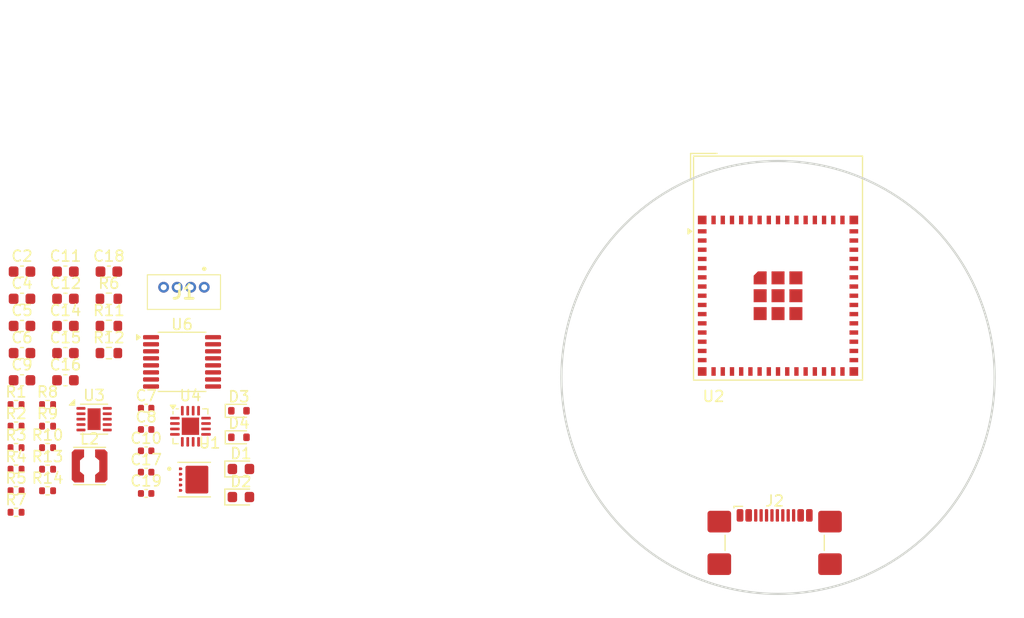
<source format=kicad_pcb>
(kicad_pcb (version 20240108) (generator "pcbnew") (generator_version "8.0")
  (layers (0 "F.Cu" signal) (31 "B.Cu" signal) (34 "B.Paste" user) (35 "F.Paste" user) (36 "B.SilkS" user "B.Silkscreen") (37 "F.SilkS" user "F.Silkscreen") (38 "B.Mask" user) (39 "F.Mask" user) (44 "Edge.Cuts" user))
  (net 0 "")
  (net 1 "+3.3V")
  (net 2 "GND")
  (net 3 "/Aout2")
  (net 4 "/Bout2")
  (net 5 "/Aout1")
  (net 6 "/Bout1")
  (net 14 "Net-(U2-EN)")
  (net 36 "+BATT")
  (net 37 "/USB_D+")
  (net 38 "Net-(D1-K)")
  (net 39 "Net-(D1-A)")
  (net 40 "/USB_D-")
  (net 41 "Net-(U6-BIN2)")
  (net 42 "Net-(U6-AIN2)")
  (net 43 "Net-(U6-AIN1)")
  (net 44 "Net-(U6-BIN1)")
  (net 45 "Net-(J2-SHIELD)")
  (net 46 "/AIN2")
  (net 47 "/nSLEEP")
  (net 48 "/AIN1")
  (net 49 "/nFAULT")
  (net 50 "/BIN1")
  (net 51 "/SCL")
  (net 52 "/SDA")
  (net 53 "/BIN2")
  (net 54 "VBUS")
  (net 55 "Net-(U6-AISEN)")
  (net 56 "Net-(U6-VINT)")
  (net 57 "Net-(U6-VCP)")
  (net 61 "Net-(J2-CC1)")
  (net 62 "Net-(J2-CC2)")
  (net 63 "Net-(U3-EN)")
  (net 64 "Net-(U3-L1)")
  (net 65 "Net-(U3-L2)")
  (net 66 "Net-(C18-Pad1)")
  (net 67 "Net-(D2-K)")
  (net 68 "Net-(D2-A)")
  (net 71 "Net-(U4-ILIM)")
  (net 72 "Net-(U4-ISET)")
  (net 74 "Net-(U4-TS)")
  (footprint "Package_SON:WSON-10-1EP_2.5x2.5mm_P0.5mm_EP1.2x2mm" (layer "F.Cu") (at 67.4575 83.805)
    (property "Reference" "U3" (at 0 -2.2 0) (layer "F.SilkS"))
    (property "Value" "TPS63031DSK")
    (pad "1" smd roundrect (at -1.2125 -1) (size 0.825 0.25) (layers "F.Cu" "F.Paste" "F.Mask") (net 1 "+3.3V"))
    (pad "2" smd roundrect (at -1.2125 -0.5) (size 0.825 0.25) (layers "F.Cu" "F.Paste" "F.Mask") (net 65 "Net-(U3-L2)"))
    (pad "3" smd roundrect (at -1.2125 0) (size 0.825 0.25) (layers "F.Cu" "F.Paste" "F.Mask") (net 2 "GND"))
    (pad "4" smd roundrect (at -1.2125 0.5) (size 0.825 0.25) (layers "F.Cu" "F.Paste" "F.Mask") (net 64 "Net-(U3-L1)"))
    (pad "5" smd roundrect (at -1.2125 1) (size 0.825 0.25) (layers "F.Cu" "F.Paste" "F.Mask") (net 36 "+BATT"))
    (pad "6" smd roundrect (at 1.2125 1) (size 0.825 0.25) (layers "F.Cu" "F.Paste" "F.Mask") (net 63 "Net-(U3-EN)"))
    (pad "7" smd roundrect (at 1.2125 0.5) (size 0.825 0.25) (layers "F.Cu" "F.Paste" "F.Mask") (net 63 "Net-(U3-EN)"))
    (pad "8" smd roundrect (at 1.2125 0) (size 0.825 0.25) (layers "F.Cu" "F.Paste" "F.Mask") (net 63 "Net-(U3-EN)"))
    (pad "9" smd roundrect (at 1.2125 -0.5) (size 0.825 0.25) (layers "F.Cu" "F.Paste" "F.Mask") (net 2 "GND"))
    (pad "10" smd roundrect (at 1.2125 -1) (size 0.825 0.25) (layers "F.Cu" "F.Paste" "F.Mask") (net 1 "+3.3V"))
    (pad "11" smd rect (at 0 0) (size 1.2 2) (property pad_prop_heatsink) (layers "F.Cu" "F.Mask") (net 2 "GND"))
  )
  (footprint "Resistor_SMD:R_0402_1005Metric" (layer "F.Cu") (at 60.2525 84.45)
    (property "Reference" "R2" (at 0 -1.17 0) (layer "F.SilkS"))
    (property "Value" "10k")
    (pad "1" smd roundrect (at -0.51 0) (size 0.54 0.64) (layers "F.Cu" "F.Paste" "F.Mask") (net 48 "/AIN1"))
    (pad "2" smd roundrect (at 0.51 0) (size 0.54 0.64) (layers "F.Cu" "F.Paste" "F.Mask") (net 43 "Net-(U6-AIN1)"))
  )
  (footprint "Package_DFN_QFN:VQFN-16-1EP_3x3mm_P0.5mm_EP1.6x1.6mm" (layer "F.Cu") (at 76.3525 84.46)
    (property "Reference" "U4" (at 0 -2.83 0) (layer "F.SilkS"))
    (property "Value" "BQ24075RGT")
    (pad "1" smd roundrect (at -1.4375 -0.75) (size 0.875 0.25) (layers "F.Cu" "F.Paste" "F.Mask") (net 74 "Net-(U4-TS)"))
    (pad "2" smd roundrect (at -1.4375 -0.25) (size 0.875 0.25) (layers "F.Cu" "F.Paste" "F.Mask") (net 66 "Net-(C18-Pad1)"))
    (pad "3" smd roundrect (at -1.4375 0.25) (size 0.875 0.25) (layers "F.Cu" "F.Paste" "F.Mask") (net 66 "Net-(C18-Pad1)"))
    (pad "4" smd roundrect (at -1.4375 0.75) (size 0.875 0.25) (layers "F.Cu" "F.Paste" "F.Mask") (net 2 "GND"))
    (pad "5" smd roundrect (at -0.75 1.4375) (size 0.25 0.875) (layers "F.Cu" "F.Paste" "F.Mask") (net 36 "+BATT"))
    (pad "6" smd roundrect (at -0.25 1.4375) (size 0.25 0.875) (layers "F.Cu" "F.Paste" "F.Mask") (net 2 "GND"))
    (pad "7" smd roundrect (at 0.25 1.4375) (size 0.25 0.875) (layers "F.Cu" "F.Paste" "F.Mask") (net 38 "Net-(D1-K)"))
    (pad "8" smd roundrect (at 0.75 1.4375) (size 0.25 0.875) (layers "F.Cu" "F.Paste" "F.Mask") (net 2 "GND"))
    (pad "9" smd roundrect (at 1.4375 0.75) (size 0.875 0.25) (layers "F.Cu" "F.Paste" "F.Mask") (net 67 "Net-(D2-K)"))
    (pad "10" smd roundrect (at 1.4375 0.25) (size 0.875 0.25) (layers "F.Cu" "F.Paste" "F.Mask") (net 36 "+BATT"))
    (pad "11" smd roundrect (at 1.4375 -0.25) (size 0.875 0.25) (layers "F.Cu" "F.Paste" "F.Mask") (net 36 "+BATT"))
    (pad "12" smd roundrect (at 1.4375 -0.75) (size 0.875 0.25) (layers "F.Cu" "F.Paste" "F.Mask") (net 71 "Net-(U4-ILIM)"))
    (pad "13" smd roundrect (at 0.75 -1.4375) (size 0.25 0.875) (layers "F.Cu" "F.Paste" "F.Mask") (net 54 "VBUS"))
    (pad "14" smd roundrect (at 0.25 -1.4375) (size 0.25 0.875) (layers "F.Cu" "F.Paste" "F.Mask") (net 2 "GND"))
    (pad "15" smd roundrect (at -0.25 -1.4375) (size 0.25 0.875) (layers "F.Cu" "F.Paste" "F.Mask"))
    (pad "16" smd roundrect (at -0.75 -1.4375) (size 0.25 0.875) (layers "F.Cu" "F.Paste" "F.Mask") (net 72 "Net-(U4-ISET)"))
    (pad "17" smd rect (at 0 0) (size 1.6 1.6) (property pad_prop_heatsink) (layers "F.Cu" "F.Mask") (net 2 "GND"))
  )
  (footprint "Capacitor_SMD:C_0402_1005Metric" (layer "F.Cu") (at 72.2625 88.7)
    (property "Reference" "C17" (at 0 -1.16 0) (layer "F.SilkS"))
    (property "Value" "10u")
    (pad "1" smd roundrect (at -0.48 0) (size 0.56 0.62) (layers "F.Cu" "F.Paste" "F.Mask") (net 2 "GND"))
    (pad "2" smd roundrect (at 0.48 0) (size 0.56 0.62) (layers "F.Cu" "F.Paste" "F.Mask") (net 1 "+3.3V"))
  )
  (footprint "Resistor_SMD:R_0402_1005Metric" (layer "F.Cu") (at 63.1625 88.43)
    (property "Reference" "R13" (at 0 -1.17 0) (layer "F.SilkS"))
    (property "Value" "200m")
    (pad "1" smd roundrect (at -0.51 0) (size 0.54 0.64) (layers "F.Cu" "F.Paste" "F.Mask") (net 2 "GND"))
    (pad "2" smd roundrect (at 0.51 0) (size 0.54 0.64) (layers "F.Cu" "F.Paste" "F.Mask") (net 55 "Net-(U6-AISEN)"))
  )
  (footprint "Resistor_SMD:R_0402_1005Metric" (layer "F.Cu") (at 60.2525 86.44)
    (property "Reference" "R3" (at 0 -1.17 0) (layer "F.SilkS"))
    (property "Value" "10k")
    (pad "1" smd roundrect (at -0.51 0) (size 0.54 0.64) (layers "F.Cu" "F.Paste" "F.Mask") (net 50 "/BIN1"))
    (pad "2" smd roundrect (at 0.51 0) (size 0.54 0.64) (layers "F.Cu" "F.Paste" "F.Mask") (net 44 "Net-(U6-BIN1)"))
  )
  (footprint "Resistor_SMD:R_0402_1005Metric" (layer "F.Cu") (at 63.1625 82.46)
    (property "Reference" "R8" (at 0 -1.17 0) (layer "F.SilkS"))
    (property "Value" "1k")
    (pad "1" smd roundrect (at -0.51 0) (size 0.54 0.64) (layers "F.Cu" "F.Paste" "F.Mask") (net 51 "/SCL"))
    (pad "2" smd roundrect (at 0.51 0) (size 0.54 0.64) (layers "F.Cu" "F.Paste" "F.Mask") (net 1 "+3.3V"))
  )
  (footprint "Capacitor_SMD:C_0603_1608Metric" (layer "F.Cu") (at 60.8025 80.21)
    (property "Reference" "C9" (at 0 -1.43 0) (layer "F.SilkS"))
    (property "Value" "10n")
    (pad "1" smd roundrect (at -0.775 0) (size 0.9 0.95) (layers "F.Cu" "F.Paste" "F.Mask") (net 1 "+3.3V"))
    (pad "2" smd roundrect (at 0.775 0) (size 0.9 0.95) (layers "F.Cu" "F.Paste" "F.Mask") (net 2 "GND"))
  )
  (footprint "Resistor_SMD:R_0603_1608Metric" (layer "F.Cu") (at 68.8225 75.19)
    (property "Reference" "R11" (at 0 -1.43 0) (layer "F.SilkS"))
    (property "Value" "1.5k")
    (pad "1" smd roundrect (at -0.825 0) (size 0.8 0.95) (layers "F.Cu" "F.Paste" "F.Mask") (net 36 "+BATT"))
    (pad "2" smd roundrect (at 0.825 0) (size 0.8 0.95) (layers "F.Cu" "F.Paste" "F.Mask") (net 39 "Net-(D1-A)"))
  )
  (footprint "RF_Module:ESP32-S2-MINI-1" (layer "F.Cu") (at 130.6 69.85)
    (property "Reference" "U2" (at -5.95 11.85 0) (layer "F.SilkS"))
    (property "Value" "ESP32-S3-MINI-1")
    (pad "1" smd rect (at -7 -3.4) (size 0.8 0.4) (layers "F.Cu" "F.Paste" "F.Mask") (net 2 "GND"))
    (pad "2" smd rect (at -7 -2.55) (size 0.8 0.4) (layers "F.Cu" "F.Paste" "F.Mask") (net 2 "GND"))
    (pad "3" smd rect (at -7 -1.7) (size 0.8 0.4) (layers "F.Cu" "F.Paste" "F.Mask") (net 1 "+3.3V"))
    (pad "4" smd rect (at -7 -0.85) (size 0.8 0.4) (layers "F.Cu" "F.Paste" "F.Mask"))
    (pad "5" smd rect (at -7 0) (size 0.8 0.4) (layers "F.Cu" "F.Paste" "F.Mask"))
    (pad "6" smd rect (at -7 0.85) (size 0.8 0.4) (layers "F.Cu" "F.Paste" "F.Mask"))
    (pad "7" smd rect (at -7 1.7) (size 0.8 0.4) (layers "F.Cu" "F.Paste" "F.Mask"))
    (pad "8" smd rect (at -7 2.55) (size 0.8 0.4) (layers "F.Cu" "F.Paste" "F.Mask"))
    (pad "9" smd rect (at -7 3.4) (size 0.8 0.4) (layers "F.Cu" "F.Paste" "F.Mask"))
    (pad "10" smd rect (at -7 4.25) (size 0.8 0.4) (layers "F.Cu" "F.Paste" "F.Mask"))
    (pad "11" smd rect (at -7 5.1) (size 0.8 0.4) (layers "F.Cu" "F.Paste" "F.Mask"))
    (pad "12" smd rect (at -7 5.95) (size 0.8 0.4) (layers "F.Cu" "F.Paste" "F.Mask"))
    (pad "13" smd rect (at -7 6.8) (size 0.8 0.4) (layers "F.Cu" "F.Paste" "F.Mask"))
    (pad "14" smd rect (at -7 7.65) (size 0.8 0.4) (layers "F.Cu" "F.Paste" "F.Mask"))
    (pad "15" smd rect (at -7 8.5) (size 0.8 0.4) (layers "F.Cu" "F.Paste" "F.Mask"))
    (pad "16" smd rect (at -5.95 9.55 90) (size 0.8 0.4) (layers "F.Cu" "F.Paste" "F.Mask"))
    (pad "17" smd rect (at -5.1 9.55 90) (size 0.8 0.4) (layers "F.Cu" "F.Paste" "F.Mask") (net 48 "/AIN1"))
    (pad "18" smd rect (at -4.25 9.55 90) (size 0.8 0.4) (layers "F.Cu" "F.Paste" "F.Mask") (net 46 "/AIN2"))
    (pad "19" smd rect (at -3.4 9.55 90) (size 0.8 0.4) (layers "F.Cu" "F.Paste" "F.Mask") (net 50 "/BIN1"))
    (pad "20" smd rect (at -2.55 9.55 90) (size 0.8 0.4) (layers "F.Cu" "F.Paste" "F.Mask") (net 53 "/BIN2"))
    (pad "21" smd rect (at -1.7 9.55 90) (size 0.8 0.4) (layers "F.Cu" "F.Paste" "F.Mask") (net 47 "/nSLEEP"))
    (pad "22" smd rect (at -0.85 9.55 90) (size 0.8 0.4) (layers "F.Cu" "F.Paste" "F.Mask") (net 49 "/nFAULT"))
    (pad "23" smd rect (at 0 9.55 90) (size 0.8 0.4) (layers "F.Cu" "F.Paste" "F.Mask"))
    (pad "24" smd rect (at 0.85 9.55 90) (size 0.8 0.4) (layers "F.Cu" "F.Paste" "F.Mask") (net 51 "/SCL"))
    (pad "25" smd rect (at 1.7 9.55 90) (size 0.8 0.4) (layers "F.Cu" "F.Paste" "F.Mask") (net 52 "/SDA"))
    (pad "26" smd rect (at 2.55 9.55 90) (size 0.8 0.4) (layers "F.Cu" "F.Paste" "F.Mask"))
    (pad "27" smd rect (at 3.4 9.55 90) (size 0.8 0.4) (layers "F.Cu" "F.Paste" "F.Mask"))
    (pad "28" smd rect (at 4.25 9.55 90) (size 0.8 0.4) (layers "F.Cu" "F.Paste" "F.Mask"))
    (pad "29" smd rect (at 5.1 9.55 90) (size 0.8 0.4) (layers "F.Cu" "F.Paste" "F.Mask"))
    (pad "30" smd rect (at 5.95 9.55 90) (size 0.8 0.4) (layers "F.Cu" "F.Paste" "F.Mask"))
    (pad "31" smd rect (at 7 8.5) (size 0.8 0.4) (layers "F.Cu" "F.Paste" "F.Mask"))
    (pad "32" smd rect (at 7 7.65) (size 0.8 0.4) (layers "F.Cu" "F.Paste" "F.Mask"))
    (pad "33" smd rect (at 7 6.8) (size 0.8 0.4) (layers "F.Cu" "F.Paste" "F.Mask"))
    (pad "34" smd rect (at 7 5.95) (size 0.8 0.4) (layers "F.Cu" "F.Paste" "F.Mask"))
    (pad "35" smd rect (at 7 5.1) (size 0.8 0.4) (layers "F.Cu" "F.Paste" "F.Mask"))
    (pad "36" smd rect (at 7 4.25) (size 0.8 0.4) (layers "F.Cu" "F.Paste" "F.Mask"))
    (pad "37" smd rect (at 7 3.4) (size 0.8 0.4) (layers "F.Cu" "F.Paste" "F.Mask"))
    (pad "38" smd rect (at 7 2.55) (size 0.8 0.4) (layers "F.Cu" "F.Paste" "F.Mask"))
    (pad "39" smd rect (at 7 1.7) (size 0.8 0.4) (layers "F.Cu" "F.Paste" "F.Mask"))
    (pad "40" smd rect (at 7 0.85) (size 0.8 0.4) (layers "F.Cu" "F.Paste" "F.Mask"))
    (pad "41" smd rect (at 7 0) (size 0.8 0.4) (layers "F.Cu" "F.Paste" "F.Mask"))
    (pad "42" smd rect (at 7 -0.85) (size 0.8 0.4) (layers "F.Cu" "F.Paste" "F.Mask") (net 2 "GND"))
    (pad "43" smd rect (at 7 -1.7) (size 0.8 0.4) (layers "F.Cu" "F.Paste" "F.Mask") (net 2 "GND"))
    (pad "44" smd rect (at 7 -2.55) (size 0.8 0.4) (layers "F.Cu" "F.Paste" "F.Mask"))
    (pad "45" smd rect (at 7 -3.4) (size 0.8 0.4) (layers "F.Cu" "F.Paste" "F.Mask") (net 14 "Net-(U2-EN)"))
    (pad "46" smd rect (at 5.95 -4.45 90) (size 0.8 0.4) (layers "F.Cu" "F.Paste" "F.Mask") (net 2 "GND"))
    (pad "47" smd rect (at 5.1 -4.45 90) (size 0.8 0.4) (layers "F.Cu" "F.Paste" "F.Mask") (net 2 "GND"))
    (pad "48" smd rect (at 4.25 -4.45 90) (size 0.8 0.4) (layers "F.Cu" "F.Paste" "F.Mask") (net 2 "GND"))
    (pad "49" smd rect (at 3.4 -4.45 90) (size 0.8 0.4) (layers "F.Cu" "F.Paste" "F.Mask") (net 2 "GND"))
    (pad "50" smd rect (at 2.55 -4.45 90) (size 0.8 0.4) (layers "F.Cu" "F.Paste" "F.Mask") (net 2 "GND"))
    (pad "51" smd rect (at 1.7 -4.45 90) (size 0.8 0.4) (layers "F.Cu" "F.Paste" "F.Mask") (net 2 "GND"))
    (pad "52" smd rect (at 0.85 -4.45 90) (size 0.8 0.4) (layers "F.Cu" "F.Paste" "F.Mask") (net 2 "GND"))
    (pad "53" smd rect (at 0 -4.45 90) (size 0.8 0.4) (layers "F.Cu" "F.Paste" "F.Mask") (net 2 "GND"))
    (pad "54" smd rect (at -0.85 -4.45 90) (size 0.8 0.4) (layers "F.Cu" "F.Paste" "F.Mask") (net 2 "GND"))
    (pad "55" smd rect (at -1.7 -4.45 90) (size 0.8 0.4) (layers "F.Cu" "F.Paste" "F.Mask") (net 2 "GND"))
    (pad "56" smd rect (at -2.55 -4.45 90) (size 0.8 0.4) (layers "F.Cu" "F.Paste" "F.Mask") (net 2 "GND"))
    (pad "57" smd rect (at -3.4 -4.45 90) (size 0.8 0.4) (layers "F.Cu" "F.Paste" "F.Mask") (net 2 "GND"))
    (pad "58" smd rect (at -4.25 -4.45 90) (size 0.8 0.4) (layers "F.Cu" "F.Paste" "F.Mask") (net 2 "GND"))
    (pad "59" smd rect (at -5.1 -4.45 90) (size 0.8 0.4) (layers "F.Cu" "F.Paste" "F.Mask") (net 2 "GND"))
    (pad "60" smd rect (at -5.95 -4.45 90) (size 0.8 0.4) (layers "F.Cu" "F.Paste" "F.Mask") (net 2 "GND"))
    (pad "61" smd roundrect (at -1.65 0.9) (size 1.2 1.2) (layers "F.Cu" "F.Paste" "F.Mask") (roundrect_rratio 0) (chamfer_ratio 0.33) (chamfer top_left) (net 2 "GND"))
    (pad "61" smd rect (at -1.65 2.55) (size 1.2 1.2) (layers "F.Cu" "F.Paste" "F.Mask") (net 2 "GND"))
    (pad "61" smd rect (at -1.65 4.2) (size 1.2 1.2) (layers "F.Cu" "F.Paste" "F.Mask") (net 2 "GND"))
    (pad "61" smd rect (at 0 0.9) (size 1.2 1.2) (layers "F.Cu" "F.Paste" "F.Mask") (net 2 "GND"))
    (pad "61" smd rect (at 0 2.55) (size 1.2 1.2) (layers "F.Cu" "F.Paste" "F.Mask") (net 2 "GND"))
    (pad "61" smd rect (at 0 4.2) (size 1.2 1.2) (layers "F.Cu" "F.Paste" "F.Mask") (net 2 "GND"))
    (pad "61" smd rect (at 1.65 0.9) (size 1.2 1.2) (layers "F.Cu" "F.Paste" "F.Mask") (net 2 "GND"))
    (pad "61" smd rect (at 1.65 2.55) (size 1.2 1.2) (layers "F.Cu" "F.Paste" "F.Mask") (net 2 "GND"))
    (pad "61" smd rect (at 1.65 4.2) (size 1.2 1.2) (layers "F.Cu" "F.Paste" "F.Mask") (net 2 "GND"))
    (pad "62" smd rect (at -7 -4.45) (size 0.8 0.8) (layers "F.Cu" "F.Paste" "F.Mask") (net 2 "GND"))
    (pad "63" smd rect (at -7 9.55) (size 0.8 0.8) (layers "F.Cu" "F.Paste" "F.Mask") (net 2 "GND"))
    (pad "64" smd rect (at 7 9.55) (size 0.8 0.8) (layers "F.Cu" "F.Paste" "F.Mask") (net 2 "GND"))
    (pad "65" smd rect (at 7 -4.45) (size 0.8 0.8) (layers "F.Cu" "F.Paste" "F.Mask") (net 2 "GND"))
  )
  (footprint "Capacitor_SMD:C_0402_1005Metric" (layer "F.Cu") (at 72.2625 90.67)
    (property "Reference" "C19" (at 0 -1.16 0) (layer "F.SilkS"))
    (property "Value" "10u")
    (pad "1" smd roundrect (at -0.48 0) (size 0.56 0.62) (layers "F.Cu" "F.Paste" "F.Mask") (net 2 "GND"))
    (pad "2" smd roundrect (at 0.48 0) (size 0.56 0.62) (layers "F.Cu" "F.Paste" "F.Mask") (net 1 "+3.3V"))
  )
  (footprint "Capacitor_SMD:C_0603_1608Metric" (layer "F.Cu") (at 60.8025 77.7)
    (property "Reference" "C6" (at 0 -1.43 0) (layer "F.SilkS"))
    (property "Value" "1u")
    (pad "1" smd roundrect (at -0.775 0) (size 0.9 0.95) (layers "F.Cu" "F.Paste" "F.Mask") (net 14 "Net-(U2-EN)"))
    (pad "2" smd roundrect (at 0.775 0) (size 0.9 0.95) (layers "F.Cu" "F.Paste" "F.Mask") (net 2 "GND"))
  )
  (footprint "Capacitor_SMD:C_0603_1608Metric" (layer "F.Cu") (at 64.8125 72.68)
    (property "Reference" "C12" (at 0 -1.43 0) (layer "F.SilkS"))
    (property "Value" "10n")
    (pad "1" smd roundrect (at -0.775 0) (size 0.9 0.95) (layers "F.Cu" "F.Paste" "F.Mask") (net 45 "Net-(J2-SHIELD)"))
    (pad "2" smd roundrect (at 0.775 0) (size 0.9 0.95) (layers "F.Cu" "F.Paste" "F.Mask") (net 2 "GND"))
  )
  (footprint "Diode_SMD:D_SOD-523" (layer "F.Cu") (at 80.8275 85.48)
    (property "Reference" "D4" (at 0 -1.3 0) (layer "F.SilkS"))
    (property "Value" "PESD5V0S1UL,315")
    (pad "1" smd roundrect (at -0.7 0 180) (size 0.6 0.7) (layers "F.Cu" "F.Paste" "F.Mask") (net 37 "/USB_D+"))
    (pad "2" smd roundrect (at 0.7 0 180) (size 0.6 0.7) (layers "F.Cu" "F.Paste" "F.Mask"))
  )
  (footprint "Capacitor_SMD:C_0603_1608Metric" (layer "F.Cu") (at 60.8025 70.17)
    (property "Reference" "C2" (at 0 -1.43 0) (layer "F.SilkS"))
    (property "Value" "10u")
    (pad "1" smd roundrect (at -0.775 0) (size 0.9 0.95) (layers "F.Cu" "F.Paste" "F.Mask") (net 2 "GND"))
    (pad "2" smd roundrect (at 0.775 0) (size 0.9 0.95) (layers "F.Cu" "F.Paste" "F.Mask") (net 36 "+BATT"))
  )
  (footprint "Capacitor_SMD:C_0603_1608Metric" (layer "F.Cu") (at 64.8125 70.17)
    (property "Reference" "C11" (at 0 -1.43 0) (layer "F.SilkS"))
    (property "Value" "10n")
    (pad "1" smd roundrect (at -0.775 0) (size 0.9 0.95) (layers "F.Cu" "F.Paste" "F.Mask") (net 57 "Net-(U6-VCP)"))
    (pad "2" smd roundrect (at 0.775 0) (size 0.9 0.95) (layers "F.Cu" "F.Paste" "F.Mask") (net 36 "+BATT"))
  )
  (footprint "Capacitor_SMD:C_0402_1005Metric" (layer "F.Cu") (at 72.2625 82.79)
    (property "Reference" "C7" (at 0 -1.16 0) (layer "F.SilkS"))
    (property "Value" "22u")
    (pad "1" smd roundrect (at -0.48 0) (size 0.56 0.62) (layers "F.Cu" "F.Paste" "F.Mask") (net 1 "+3.3V"))
    (pad "2" smd roundrect (at 0.48 0) (size 0.56 0.62) (layers "F.Cu" "F.Paste" "F.Mask") (net 2 "GND"))
  )
  (footprint "Capacitor_SMD:C_0603_1608Metric" (layer "F.Cu") (at 64.8125 77.7)
    (property "Reference" "C15" (at 0 -1.43 0) (layer "F.SilkS"))
    (property "Value" "10n")
    (pad "1" smd roundrect (at -0.775 0) (size 0.9 0.95) (layers "F.Cu" "F.Paste" "F.Mask") (net 54 "VBUS"))
    (pad "2" smd roundrect (at 0.775 0) (size 0.9 0.95) (layers "F.Cu" "F.Paste" "F.Mask") (net 2 "GND"))
  )
  (footprint "MLX90632:IC_MLX90632SLD-BCB-000-SP" (layer "F.Cu") (at 76.6975 89.39)
    (property "Reference" "U1" (at 1.425 -3.385 0) (layer "F.SilkS"))
    (property "Value" "MLX90632SLD-BCB-000-SP")
    (pad "1" smd custom (at -1.25 -1) (size 0.1 0.1) (layers "F.Cu") (net 52 "/SDA") (options (clearance outline) (anchor rect)) (primitives (gr_poly (pts (xy -0.15 -0.125) (xy -0.15 0.125) (xy 0.025 0.125) (xy 0.032 0.125) (xy 0.038 0.124) (xy 0.045 0.123) (xy 0.051 0.122) (xy 0.057 0.121) (xy 0.064 0.119) (xy 0.07 0.117) (xy 0.076 0.114) (xy 0.082 0.111) (xy 0.087 0.108) (xy 0.093 0.105) (xy 0.098 0.101) (xy 0.104 0.097) (xy 0.109 0.093) (xy 0.113 0.088) (xy 0.118 0.084) (xy 0.122 0.079) (xy 0.126 0.073) (xy 0.13 0.068) (xy 0.133 0.062) (xy 0.136 0.057) (xy 0.139 0.051) (xy 0.142 0.045) (xy 0.144 0.039) (xy 0.146 0.032) (xy 0.147 0.026) (xy 0.148 0.02) (xy 0.149 0.013) (xy 0.15 0.007) (xy 0.15 0) (xy 0.15 -0.007) (xy 0.149 -0.013) (xy 0.148 -0.02) (xy 0.147 -0.026) (xy 0.146 -0.032) (xy 0.144 -0.039) (xy 0.142 -0.045) (xy 0.139 -0.051) (xy 0.136 -0.057) (xy 0.133 -0.063) (xy 0.13 -0.068) (xy 0.126 -0.073) (xy 0.122 -0.079) (xy 0.118 -0.084) (xy 0.113 -0.088) (xy 0.109 -0.093) (xy 0.104 -0.097) (xy 0.098 -0.101) (xy 0.093 -0.105) (xy 0.087 -0.108) (xy 0.082 -0.111) (xy 0.076 -0.114) (xy 0.07 -0.117) (xy 0.064 -0.119) (xy 0.057 -0.121) (xy 0.051 -0.122) (xy 0.045 -0.123) (xy 0.038 -0.124) (xy 0.032 -0.125) (xy 0.025 -0.125) (xy -0.15 -0.125)) (width 0.01) (fill yes))))
    (pad "2" smd custom (at -1.25 -0.5) (size 0.1 0.1) (layers "F.Cu") (net 1 "+3.3V") (options (clearance outline) (anchor rect)) (primitives (gr_poly (pts (xy -0.15 -0.125) (xy -0.15 0.125) (xy 0.025 0.125) (xy 0.032 0.125) (xy 0.038 0.124) (xy 0.045 0.123) (xy 0.051 0.122) (xy 0.057 0.121) (xy 0.064 0.119) (xy 0.07 0.117) (xy 0.076 0.114) (xy 0.082 0.111) (xy 0.087 0.108) (xy 0.093 0.105) (xy 0.098 0.101) (xy 0.104 0.097) (xy 0.109 0.093) (xy 0.113 0.088) (xy 0.118 0.084) (xy 0.122 0.079) (xy 0.126 0.073) (xy 0.13 0.068) (xy 0.133 0.062) (xy 0.136 0.057) (xy 0.139 0.051) (xy 0.142 0.045) (xy 0.144 0.039) (xy 0.146 0.032) (xy 0.147 0.026) (xy 0.148 0.02) (xy 0.149 0.013) (xy 0.15 0.007) (xy 0.15 0) (xy 0.15 -0.007) (xy 0.149 -0.013) (xy 0.148 -0.02) (xy 0.147 -0.026) (xy 0.146 -0.032) (xy 0.144 -0.039) (xy 0.142 -0.045) (xy 0.139 -0.051) (xy 0.136 -0.057) (xy 0.133 -0.063) (xy 0.13 -0.068) (xy 0.126 -0.073) (xy 0.122 -0.079) (xy 0.118 -0.084) (xy 0.113 -0.088) (xy 0.109 -0.093) (xy 0.104 -0.097) (xy 0.098 -0.101) (xy 0.093 -0.105) (xy 0.087 -0.108) (xy 0.082 -0.111) (xy 0.076 -0.114) (xy 0.07 -0.117) (xy 0.064 -0.119) (xy 0.057 -0.121) (xy 0.051 -0.122) (xy 0.045 -0.123) (xy 0.038 -0.124) (xy 0.032 -0.125) (xy 0.025 -0.125) (xy -0.15 -0.125)) (width 0.01) (fill yes))))
    (pad "3" smd custom (at -1.25 0) (size 0.1 0.1) (layers "F.Cu") (net 2 "GND") (options (clearance outline) (anchor rect)) (primitives (gr_poly (pts (xy -0.15 -0.125) (xy -0.15 0.125) (xy 0.025 0.125) (xy 0.032 0.125) (xy 0.038 0.124) (xy 0.045 0.123) (xy 0.051 0.122) (xy 0.057 0.121) (xy 0.064 0.119) (xy 0.07 0.117) (xy 0.076 0.114) (xy 0.082 0.111) (xy 0.087 0.108) (xy 0.093 0.105) (xy 0.098 0.101) (xy 0.104 0.097) (xy 0.109 0.093) (xy 0.113 0.088) (xy 0.118 0.084) (xy 0.122 0.079) (xy 0.126 0.073) (xy 0.13 0.068) (xy 0.133 0.062) (xy 0.136 0.057) (xy 0.139 0.051) (xy 0.142 0.045) (xy 0.144 0.039) (xy 0.146 0.032) (xy 0.147 0.026) (xy 0.148 0.02) (xy 0.149 0.013) (xy 0.15 0.007) (xy 0.15 0) (xy 0.15 -0.007) (xy 0.149 -0.013) (xy 0.148 -0.02) (xy 0.147 -0.026) (xy 0.146 -0.032) (xy 0.144 -0.039) (xy 0.142 -0.045) (xy 0.139 -0.051) (xy 0.136 -0.057) (xy 0.133 -0.062) (xy 0.13 -0.068) (xy 0.126 -0.073) (xy 0.122 -0.079) (xy 0.118 -0.084) (xy 0.113 -0.088) (xy 0.109 -0.093) (xy 0.104 -0.097) (xy 0.098 -0.101) (xy 0.093 -0.105) (xy 0.087 -0.108) (xy 0.082 -0.111) (xy 0.076 -0.114) (xy 0.07 -0.117) (xy 0.064 -0.119) (xy 0.057 -0.121) (xy 0.051 -0.122) (xy 0.045 -0.123) (xy 0.038 -0.124) (xy 0.032 -0.125) (xy 0.025 -0.125) (xy -0.15 -0.125)) (width 0.01) (fill yes))))
    (pad "4" smd custom (at -1.25 0.5) (size 0.1 0.1) (layers "F.Cu") (net 51 "/SCL") (options (clearance outline) (anchor rect)) (primitives (gr_poly (pts (xy -0.15 -0.125) (xy -0.15 0.125) (xy 0.025 0.125) (xy 0.032 0.125) (xy 0.038 0.124) (xy 0.045 0.123) (xy 0.051 0.122) (xy 0.057 0.121) (xy 0.064 0.119) (xy 0.07 0.117) (xy 0.076 0.114) (xy 0.082 0.111) (xy 0.087 0.108) (xy 0.093 0.105) (xy 0.098 0.101) (xy 0.104 0.097) (xy 0.109 0.093) (xy 0.113 0.088) (xy 0.118 0.084) (xy 0.122 0.079) (xy 0.126 0.073) (xy 0.13 0.068) (xy 0.133 0.063) (xy 0.136 0.057) (xy 0.139 0.051) (xy 0.142 0.045) (xy 0.144 0.039) (xy 0.146 0.032) (xy 0.147 0.026) (xy 0.148 0.02) (xy 0.149 0.013) (xy 0.15 0.007) (xy 0.15 0) (xy 0.15 -0.007) (xy 0.149 -0.013) (xy 0.148 -0.02) (xy 0.147 -0.026) (xy 0.146 -0.032) (xy 0.144 -0.039) (xy 0.142 -0.045) (xy 0.139 -0.051) (xy 0.136 -0.057) (xy 0.133 -0.062) (xy 0.13 -0.068) (xy 0.126 -0.073) (xy 0.122 -0.079) (xy 0.118 -0.084) (xy 0.113 -0.088) (xy 0.109 -0.093) (xy 0.104 -0.097) (xy 0.098 -0.101) (xy 0.093 -0.105) (xy 0.087 -0.108) (xy 0.082 -0.111) (xy 0.076 -0.114) (xy 0.07 -0.117) (xy 0.064 -0.119) (xy 0.057 -0.121) (xy 0.051 -0.122) (xy 0.045 -0.123) (xy 0.038 -0.124) (xy 0.032 -0.125) (xy 0.025 -0.125) (xy -0.15 -0.125)) (width 0.01) (fill yes))))
    (pad "5" smd custom (at -1.25 1) (size 0.1 0.1) (layers "F.Cu") (net 2 "GND") (options (clearance outline) (anchor rect)) (primitives (gr_poly (pts (xy -0.15 -0.125) (xy -0.15 0.125) (xy 0.025 0.125) (xy 0.032 0.125) (xy 0.038 0.124) (xy 0.045 0.123) (xy 0.051 0.122) (xy 0.057 0.121) (xy 0.064 0.119) (xy 0.07 0.117) (xy 0.076 0.114) (xy 0.082 0.111) (xy 0.087 0.108) (xy 0.093 0.105) (xy 0.098 0.101) (xy 0.104 0.097) (xy 0.109 0.093) (xy 0.113 0.088) (xy 0.118 0.084) (xy 0.122 0.079) (xy 0.126 0.073) (xy 0.13 0.068) (xy 0.133 0.063) (xy 0.136 0.057) (xy 0.139 0.051) (xy 0.142 0.045) (xy 0.144 0.039) (xy 0.146 0.032) (xy 0.147 0.026) (xy 0.148 0.02) (xy 0.149 0.013) (xy 0.15 0.007) (xy 0.15 0) (xy 0.15 -0.007) (xy 0.149 -0.013) (xy 0.148 -0.02) (xy 0.147 -0.026) (xy 0.146 -0.032) (xy 0.144 -0.039) (xy 0.142 -0.045) (xy 0.139 -0.051) (xy 0.136 -0.057) (xy 0.133 -0.062) (xy 0.13 -0.068) (xy 0.126 -0.073) (xy 0.122 -0.079) (xy 0.118 -0.084) (xy 0.113 -0.088) (xy 0.109 -0.093) (xy 0.104 -0.097) (xy 0.098 -0.101) (xy 0.093 -0.105) (xy 0.087 -0.108) (xy 0.082 -0.111) (xy 0.076 -0.114) (xy 0.07 -0.117) (xy 0.064 -0.119) (xy 0.057 -0.121) (xy 0.051 -0.122) (xy 0.045 -0.123) (xy 0.038 -0.124) (xy 0.032 -0.125) (xy 0.025 -0.125) (xy -0.15 -0.125)) (width 0.01) (fill yes))))
    (pad "6" smd custom (at 0.25 0) (size 0.1 0.1) (layers "F.Cu") (net 2 "GND") (options (clearance outline) (anchor rect)) (primitives (gr_poly (pts (xy -1.05 -1.125) (xy -1.05 -1.133) (xy -1.049 -1.141) (xy -1.048 -1.148) (xy -1.047 -1.156) (xy -1.045 -1.164) (xy -1.043 -1.171) (xy -1.04 -1.179) (xy -1.037 -1.186) (xy -1.034 -1.193) (xy -1.03 -1.2) (xy -1.026 -1.207) (xy -1.021 -1.213) (xy -1.017 -1.219) (xy -1.011 -1.225) (xy -1.006 -1.231) (xy -1 -1.236) (xy -0.994 -1.242) (xy -0.988 -1.246) (xy -0.982 -1.251) (xy -0.975 -1.255) (xy -0.968 -1.259) (xy -0.961 -1.262) (xy -0.954 -1.265) (xy -0.946 -1.268) (xy -0.939 -1.27) (xy -0.931 -1.272) (xy -0.923 -1.273) (xy -0.916 -1.274) (xy -0.908 -1.275) (xy -0.9 -1.275) (xy 0.9 -1.275) (xy 0.908 -1.275) (xy 0.916 -1.274) (xy 0.923 -1.273) (xy 0.931 -1.272) (xy 0.939 -1.27) (xy 0.946 -1.268) (xy 0.954 -1.265) (xy 0.961 -1.262) (xy 0.968 -1.259) (xy 0.975 -1.255) (xy 0.982 -1.251) (xy 0.988 -1.246) (xy 0.994 -1.242) (xy 1 -1.236) (xy 1.006 -1.231) (xy 1.011 -1.225) (xy 1.017 -1.219) (xy 1.021 -1.213) (xy 1.026 -1.207) (xy 1.03 -1.2) (xy 1.034 -1.193) (xy 1.037 -1.186) (xy 1.04 -1.179) (xy 1.043 -1.171) (xy 1.045 -1.164) (xy 1.047 -1.156) (xy 1.048 -1.148) (xy 1.049 -1.141) (xy 1.05 -1.133) (xy 1.05 -1.125) (xy 1.05 1.125) (xy 1.05 1.133) (xy 1.049 1.141) (xy 1.048 1.148) (xy 1.047 1.156) (xy 1.045 1.164) (xy 1.043 1.171) (xy 1.04 1.179) (xy 1.037 1.186) (xy 1.034 1.193) (xy 1.03 1.2) (xy 1.026 1.207) (xy 1.021 1.213) (xy 1.017 1.219) (xy 1.011 1.225) (xy 1.006 1.231) (xy 1 1.236) (xy 0.994 1.242) (xy 0.988 1.246) (xy 0.982 1.251) (xy 0.975 1.255) (xy 0.968 1.259) (xy 0.961 1.262) (xy 0.954 1.265) (xy 0.946 1.268) (xy 0.939 1.27) (xy 0.931 1.272) (xy 0.923 1.273) (xy 0.916 1.274) (xy 0.908 1.275) (xy 0.9 1.275) (xy -0.9 1.275) (xy -0.908 1.275) (xy -0.916 1.274) (xy -0.923 1.273) (xy -0.931 1.272) (xy -0.939 1.27) (xy -0.946 1.268) (xy -0.954 1.265) (xy -0.961 1.262) (xy -0.968 1.259) (xy -0.975 1.255) (xy -0.982 1.251) (xy -0.988 1.246) (xy -0.994 1.242) (xy -1 1.236) (xy -1.006 1.231) (xy -1.011 1.225) (xy -1.017 1.219) (xy -1.021 1.213) (xy -1.026 1.207) (xy -1.03 1.2) (xy -1.034 1.193) (xy -1.037 1.186) (xy -1.04 1.179) (xy -1.043 1.171) (xy -1.045 1.164) (xy -1.047 1.156) (xy -1.048 1.148) (xy -1.049 1.141) (xy -1.05 1.133) (xy -1.05 1.125) (xy -1.05 -1.125)) (width 0.01) (fill yes))))
  )
  (footprint "Diode_SMD:D_SOD-523" (layer "F.Cu") (at 80.8275 83.03)
    (property "Reference" "D3" (at 0 -1.3 0) (layer "F.SilkS"))
    (property "Value" "PESD5V0S1UL,315")
    (pad "1" smd roundrect (at -0.7 0 180) (size 0.6 0.7) (layers "F.Cu" "F.Paste" "F.Mask") (net 40 "/USB_D-"))
    (pad "2" smd roundrect (at 0.7 0 180) (size 0.6 0.7) (layers "F.Cu" "F.Paste" "F.Mask"))
  )
  (footprint "Resistor_SMD:R_0402_1005Metric" (layer "F.Cu") (at 63.1625 86.44)
    (property "Reference" "R10" (at 0 -1.17 0) (layer "F.SilkS"))
    (property "Value" "1.13k")
    (pad "1" smd roundrect (at -0.51 0) (size 0.54 0.64) (layers "F.Cu" "F.Paste" "F.Mask") (net 2 "GND"))
    (pad "2" smd roundrect (at 0.51 0) (size 0.54 0.64) (layers "F.Cu" "F.Paste" "F.Mask") (net 72 "Net-(U4-ISET)"))
  )
  (footprint "Connector_USB:USB_C_Receptacle_GCT_USB4110" (layer "F.Cu") (at 130.29 96.375)
    (property "Reference" "J2" (at 0 -5.015 0) (layer "F.SilkS"))
    (property "Value" "USB_C_Receptacle_USB2.0_14P")
    (pad "" np_thru_hole circle (at -2.89 -2.605) (size 0.65 0.65) (drill 0.65) (layers "F&B.Cu" "*.Mask"))
    (pad "" np_thru_hole circle (at 2.89 -2.605) (size 0.65 0.65) (drill 0.65) (layers "F&B.Cu" "*.Mask"))
    (pad "A1" smd roundrect (at -3.2 -3.68) (size 0.6 1.15) (layers "F.Cu" "F.Paste" "F.Mask") (net 2 "GND"))
    (pad "A4" smd roundrect (at -2.4 -3.68) (size 0.6 1.15) (layers "F.Cu" "F.Paste" "F.Mask") (net 54 "VBUS"))
    (pad "A5" smd roundrect (at -1.25 -3.68) (size 0.3 1.15) (layers "F.Cu" "F.Paste" "F.Mask") (net 61 "Net-(J2-CC1)"))
    (pad "A6" smd roundrect (at -0.25 -3.68) (size 0.3 1.15) (layers "F.Cu" "F.Paste" "F.Mask") (net 37 "/USB_D+"))
    (pad "A7" smd roundrect (at 0.25 -3.68) (size 0.3 1.15) (layers "F.Cu" "F.Paste" "F.Mask") (net 40 "/USB_D-"))
    (pad "A8" smd roundrect (at 1.25 -3.68) (size 0.3 1.15) (layers "F.Cu" "F.Paste" "F.Mask"))
    (pad "A9" smd roundrect (at 2.4 -3.68) (size 0.6 1.15) (layers "F.Cu" "F.Paste" "F.Mask") (net 54 "VBUS"))
    (pad "A12" smd roundrect (at 3.2 -3.68) (size 0.6 1.15) (layers "F.Cu" "F.Paste" "F.Mask") (net 2 "GND"))
    (pad "B1" smd roundrect (at 3.2 -3.68) (size 0.6 1.15) (layers "F.Cu" "F.Paste" "F.Mask") (net 2 "GND"))
    (pad "B4" smd roundrect (at 2.4 -3.68) (size 0.6 1.15) (layers "F.Cu" "F.Paste" "F.Mask") (net 54 "VBUS"))
    (pad "B5" smd roundrect (at 1.75 -3.68) (size 0.3 1.15) (layers "F.Cu" "F.Paste" "F.Mask") (net 62 "Net-(J2-CC2)"))
    (pad "B6" smd roundrect (at 0.75 -3.68) (size 0.3 1.15) (layers "F.Cu" "F.Paste" "F.Mask") (net 37 "/USB_D+"))
    (pad "B7" smd roundrect (at -0.75 -3.68) (size 0.3 1.15) (layers "F.Cu" "F.Paste" "F.Mask") (net 40 "/USB_D-"))
    (pad "B8" smd roundrect (at -1.75 -3.68) (size 0.3 1.15) (layers "F.Cu" "F.Paste" "F.Mask"))
    (pad "B9" smd roundrect (at -2.4 -3.68) (size 0.6 1.15) (layers "F.Cu" "F.Paste" "F.Mask") (net 54 "VBUS"))
    (pad "B12" smd roundrect (at -3.2 -3.68) (size 0.6 1.15) (layers "F.Cu" "F.Paste" "F.Mask") (net 2 "GND"))
    (pad "S1" smd roundrect (at -5.11 -3.105) (size 2.18 2) (layers "F.Cu" "F.Paste" "F.Mask") (roundrect_rratio 0.125) (net 45 "Net-(J2-SHIELD)"))
    (pad "S1" smd roundrect (at -5.11 0.825) (size 2.18 2) (layers "F.Cu" "F.Paste" "F.Mask") (roundrect_rratio 0.125) (net 45 "Net-(J2-SHIELD)"))
    (pad "S1" smd roundrect (at 5.11 -3.105) (size 2.18 2) (layers "F.Cu" "F.Paste" "F.Mask") (roundrect_rratio 0.125) (net 45 "Net-(J2-SHIELD)"))
    (pad "S1" smd roundrect (at 5.11 0.825) (size 2.18 2) (layers "F.Cu" "F.Paste" "F.Mask") (roundrect_rratio 0.125) (net 45 "Net-(J2-SHIELD)"))
  )
  (footprint "LED_SMD:LED_0603_1608Metric" (layer "F.Cu") (at 81.0125 88.41)
    (property "Reference" "D1" (at 0 -1.43 0) (layer "F.SilkS"))
    (property "Value" "LED_Small")
    (pad "1" smd roundrect (at -0.7875 0) (size 0.875 0.95) (layers "F.Cu" "F.Paste" "F.Mask") (net 38 "Net-(D1-K)"))
    (pad "2" smd roundrect (at 0.7875 0) (size 0.875 0.95) (layers "F.Cu" "F.Paste" "F.Mask") (net 39 "Net-(D1-A)"))
  )
  (footprint "Capacitor_SMD:C_0603_1608Metric" (layer "F.Cu") (at 60.8025 72.68)
    (property "Reference" "C4" (at 0 -1.43 0) (layer "F.SilkS"))
    (property "Value" "2u2")
    (pad "1" smd roundrect (at -0.775 0) (size 0.9 0.95) (layers "F.Cu" "F.Paste" "F.Mask") (net 2 "GND"))
    (pad "2" smd roundrect (at 0.775 0) (size 0.9 0.95) (layers "F.Cu" "F.Paste" "F.Mask") (net 56 "Net-(U6-VINT)"))
  )
  (footprint "LED_SMD:LED_0603_1608Metric" (layer "F.Cu") (at 81.0125 91)
    (property "Reference" "D2" (at 0 -1.43 0) (layer "F.SilkS"))
    (property "Value" "LED_Small")
    (pad "1" smd roundrect (at -0.7875 0) (size 0.875 0.95) (layers "F.Cu" "F.Paste" "F.Mask") (net 67 "Net-(D2-K)"))
    (pad "2" smd roundrect (at 0.7875 0) (size 0.875 0.95) (layers "F.Cu" "F.Paste" "F.Mask") (net 68 "Net-(D2-A)"))
  )
  (footprint "Capacitor_SMD:C_0402_1005Metric" (layer "F.Cu") (at 72.2625 84.76)
    (property "Reference" "C8" (at 0 -1.16 0) (layer "F.SilkS"))
    (property "Value" "100n")
    (pad "1" smd roundrect (at -0.48 0) (size 0.56 0.62) (layers "F.Cu" "F.Paste" "F.Mask") (net 1 "+3.3V"))
    (pad "2" smd roundrect (at 0.48 0) (size 0.56 0.62) (layers "F.Cu" "F.Paste" "F.Mask") (net 2 "GND"))
  )
  (footprint "Inductor_SMD:L_Coilcraft_LPS3010" (layer "F.Cu") (at 67.0425 88.13)
    (property "Reference" "L2" (at 0 -2.5 0) (layer "F.SilkS"))
    (property "Value" "1.5u")
    (pad "1" smd custom (at -1.27 0) (size 0.76 2.54) (layers "F.Cu" "F.Paste" "F.Mask") (net 65 "Net-(U3-L2)") (options (clearance outline) (anchor rect)) (primitives (gr_poly (pts (xy 0.76 -0.825) (xy 0.38 -0.51) (xy 0.38 0.51) (xy 0.76 0.825) (xy 0.76 1.525) (xy -0.125 1.525) (xy -0.38 1.27) (xy -0.38 -1.27) (xy -0.125 -1.525) (xy 0.76 -1.525)) (width 0) (fill yes))))
    (pad "2" smd custom (at 1.27 0 180) (size 0.76 2.54) (layers "F.Cu" "F.Paste" "F.Mask") (net 64 "Net-(U3-L1)") (options (clearance outline) (anchor rect)) (primitives (gr_poly (pts (xy 0.76 -0.825) (xy 0.38 -0.51) (xy 0.38 0.51) (xy 0.76 0.825) (xy 0.76 1.525) (xy -0.125 1.525) (xy -0.38 1.27) (xy -0.38 -1.27) (xy -0.125 -1.525) (xy 0.76 -1.525)) (width 0) (fill yes))))
  )
  (footprint "Resistor_SMD:R_0402_1005Metric" (layer "F.Cu") (at 63.1625 90.42)
    (property "Reference" "R14" (at 0 -1.17 0) (layer "F.SilkS"))
    (property "Value" "5k1")
    (pad "1" smd roundrect (at -0.51 0) (size 0.54 0.64) (layers "F.Cu" "F.Paste" "F.Mask") (net 61 "Net-(J2-CC1)"))
    (pad "2" smd roundrect (at 0.51 0) (size 0.54 0.64) (layers "F.Cu" "F.Paste" "F.Mask") (net 2 "GND"))
  )
  (footprint "Capacitor_SMD:C_0402_1005Metric" (layer "F.Cu") (at 72.2625 86.73)
    (property "Reference" "C10" (at 0 -1.16 0) (layer "F.SilkS"))
    (property "Value" "100n")
    (pad "1" smd roundrect (at -0.48 0) (size 0.56 0.62) (layers "F.Cu" "F.Paste" "F.Mask") (net 63 "Net-(U3-EN)"))
    (pad "2" smd roundrect (at 0.48 0) (size 0.56 0.62) (layers "F.Cu" "F.Paste" "F.Mask") (net 2 "GND"))
  )
  (footprint "Resistor_SMD:R_0603_1608Metric" (layer "F.Cu") (at 68.8225 72.68)
    (property "Reference" "R6" (at 0 -1.43 0) (layer "F.SilkS"))
    (property "Value" "10k")
    (pad "1" smd roundrect (at -0.825 0) (size 0.8 0.95) (layers "F.Cu" "F.Paste" "F.Mask") (net 1 "+3.3V"))
    (pad "2" smd roundrect (at 0.825 0) (size 0.8 0.95) (layers "F.Cu" "F.Paste" "F.Mask") (net 14 "Net-(U2-EN)"))
  )
  (footprint "Resistor_SMD:R_0402_1005Metric" (layer "F.Cu") (at 60.2525 92.41)
    (property "Reference" "R7" (at 0 -1.17 0) (layer "F.SilkS"))
    (property "Value" "1k")
    (pad "1" smd roundrect (at -0.51 0) (size 0.54 0.64) (layers "F.Cu" "F.Paste" "F.Mask") (net 52 "/SDA"))
    (pad "2" smd roundrect (at 0.51 0) (size 0.54 0.64) (layers "F.Cu" "F.Paste" "F.Mask") (net 1 "+3.3V"))
  )
  (footprint "Package_SO:TSSOP-16_4.4x5mm_P0.65mm" (layer "F.Cu") (at 75.5775 78.51)
    (property "Reference" "U6" (at 0 -3.45 0) (layer "F.SilkS"))
    (property "Value" "DRV8833PW")
    (pad "1" smd roundrect (at -2.8625 -2.275) (size 1.475 0.4) (layers "F.Cu" "F.Paste" "F.Mask") (net 47 "/nSLEEP"))
    (pad "2" smd roundrect (at -2.8625 -1.625) (size 1.475 0.4) (layers "F.Cu" "F.Paste" "F.Mask") (net 5 "/Aout1"))
    (pad "3" smd roundrect (at -2.8625 -0.975) (size 1.475 0.4) (layers "F.Cu" "F.Paste" "F.Mask") (net 55 "Net-(U6-AISEN)"))
    (pad "4" smd roundrect (at -2.8625 -0.325) (size 1.475 0.4) (layers "F.Cu" "F.Paste" "F.Mask") (net 3 "/Aout2"))
    (pad "5" smd roundrect (at -2.8625 0.325) (size 1.475 0.4) (layers "F.Cu" "F.Paste" "F.Mask") (net 4 "/Bout2"))
    (pad "6" smd roundrect (at -2.8625 0.975) (size 1.475 0.4) (layers "F.Cu" "F.Paste" "F.Mask") (net 55 "Net-(U6-AISEN)"))
    (pad "7" smd roundrect (at -2.8625 1.625) (size 1.475 0.4) (layers "F.Cu" "F.Paste" "F.Mask") (net 6 "/Bout1"))
    (pad "8" smd roundrect (at -2.8625 2.275) (size 1.475 0.4) (layers "F.Cu" "F.Paste" "F.Mask") (net 49 "/nFAULT"))
    (pad "9" smd roundrect (at 2.8625 2.275) (size 1.475 0.4) (layers "F.Cu" "F.Paste" "F.Mask") (net 44 "Net-(U6-BIN1)"))
    (pad "10" smd roundrect (at 2.8625 1.625) (size 1.475 0.4) (layers "F.Cu" "F.Paste" "F.Mask") (net 41 "Net-(U6-BIN2)"))
    (pad "11" smd roundrect (at 2.8625 0.975) (size 1.475 0.4) (layers "F.Cu" "F.Paste" "F.Mask") (net 57 "Net-(U6-VCP)"))
    (pad "12" smd roundrect (at 2.8625 0.325) (size 1.475 0.4) (layers "F.Cu" "F.Paste" "F.Mask") (net 36 "+BATT"))
    (pad "13" smd roundrect (at 2.8625 -0.325) (size 1.475 0.4) (layers "F.Cu" "F.Paste" "F.Mask") (net 2 "GND"))
    (pad "14" smd roundrect (at 2.8625 -0.975) (size 1.475 0.4) (layers "F.Cu" "F.Paste" "F.Mask") (net 56 "Net-(U6-VINT)"))
    (pad "15" smd roundrect (at 2.8625 -1.625) (size 1.475 0.4) (layers "F.Cu" "F.Paste" "F.Mask") (net 42 "Net-(U6-AIN2)"))
    (pad "16" smd roundrect (at 2.8625 -2.275) (size 1.475 0.4) (layers "F.Cu" "F.Paste" "F.Mask") (net 43 "Net-(U6-AIN1)"))
  )
  (footprint "Capacitor_SMD:C_0603_1608Metric" (layer "F.Cu") (at 64.8125 80.21)
    (property "Reference" "C16" (at 0 -1.43 0) (layer "F.SilkS"))
    (property "Value" "10u")
    (pad "1" smd roundrect (at -0.775 0) (size 0.9 0.95) (layers "F.Cu" "F.Paste" "F.Mask") (net 54 "VBUS"))
    (pad "2" smd roundrect (at 0.775 0) (size 0.9 0.95) (layers "F.Cu" "F.Paste" "F.Mask") (net 2 "GND"))
  )
  (footprint "Capacitor_SMD:C_0603_1608Metric" (layer "F.Cu") (at 64.8125 75.19)
    (property "Reference" "C14" (at 0 -1.43 0) (layer "F.SilkS"))
    (property "Value" "4.7u")
    (pad "1" smd roundrect (at -0.775 0) (size 0.9 0.95) (layers "F.Cu" "F.Paste" "F.Mask") (net 36 "+BATT"))
    (pad "2" smd roundrect (at 0.775 0) (size 0.9 0.95) (layers "F.Cu" "F.Paste" "F.Mask") (net 2 "GND"))
  )
  (footprint "Capacitor_SMD:C_0603_1608Metric" (layer "F.Cu") (at 68.8225 70.17)
    (property "Reference" "C18" (at 0 -1.43 0) (layer "F.SilkS"))
    (property "Value" "4.7u")
    (pad "1" smd roundrect (at -0.775 0) (size 0.9 0.95) (layers "F.Cu" "F.Paste" "F.Mask") (net 66 "Net-(C18-Pad1)"))
    (pad "2" smd roundrect (at 0.775 0) (size 0.9 0.95) (layers "F.Cu" "F.Paste" "F.Mask") (net 2 "GND"))
  )
  (footprint "Resistor_SMD:R_0402_1005Metric" (layer "F.Cu") (at 60.2525 82.46)
    (property "Reference" "R1" (at 0 -1.17 0) (layer "F.SilkS"))
    (property "Value" "10k")
    (pad "1" smd roundrect (at -0.51 0) (size 0.54 0.64) (layers "F.Cu" "F.Paste" "F.Mask") (net 46 "/AIN2"))
    (pad "2" smd roundrect (at 0.51 0) (size 0.54 0.64) (layers "F.Cu" "F.Paste" "F.Mask") (net 42 "Net-(U6-AIN2)"))
  )
  (footprint "Resistor_SMD:R_0402_1005Metric" (layer "F.Cu") (at 63.1625 84.45)
    (property "Reference" "R9" (at 0 -1.17 0) (layer "F.SilkS"))
    (property "Value" "1.18k")
    (pad "1" smd roundrect (at -0.51 0) (size 0.54 0.64) (layers "F.Cu" "F.Paste" "F.Mask") (net 71 "Net-(U4-ILIM)"))
    (pad "2" smd roundrect (at 0.51 0) (size 0.54 0.64) (layers "F.Cu" "F.Paste" "F.Mask") (net 2 "GND"))
  )
  (footprint "Resistor_SMD:R_0603_1608Metric" (layer "F.Cu") (at 68.8225 77.7)
    (property "Reference" "R12" (at 0 -1.43 0) (layer "F.SilkS"))
    (property "Value" "1.5k")
    (pad "1" smd roundrect (at -0.825 0) (size 0.8 0.95) (layers "F.Cu" "F.Paste" "F.Mask") (net 36 "+BATT"))
    (pad "2" smd roundrect (at 0.825 0) (size 0.8 0.95) (layers "F.Cu" "F.Paste" "F.Mask") (net 68 "Net-(D2-A)"))
  )
  (footprint "53047-0410:530470410" (layer "F.Cu") (at 77.6275 71.615)
    (property "Reference" "J1" (at -1.875 0.45 0) (layer "F.SilkS") (effects (font (size 1.27 1.27) (thickness 0.254))))
    (property "Value" "53047-0410" (hide yes))
    (pad "1" thru_hole circle (at 0 0) (size 1 1) (drill 0.55) (layers "*.Cu" "*.Mask") (net 4 "/Bout2"))
    (pad "2" thru_hole circle (at -1.25 0) (size 1 1) (drill 0.55) (layers "*.Cu" "*.Mask") (net 6 "/Bout1"))
    (pad "3" thru_hole circle (at -2.5 0) (size 1 1) (drill 0.55) (layers "*.Cu" "*.Mask") (net 3 "/Aout2"))
    (pad "4" thru_hole circle (at -3.75 0) (size 1 1) (drill 0.55) (layers "*.Cu" "*.Mask") (net 5 "/Aout1"))
  )
  (footprint "Resistor_SMD:R_0402_1005Metric" (layer "F.Cu") (at 60.2525 90.42)
    (property "Reference" "R5" (at 0 -1.17 0) (layer "F.SilkS"))
    (property "Value" "5k1")
    (pad "1" smd roundrect (at -0.51 0) (size 0.54 0.64) (layers "F.Cu" "F.Paste" "F.Mask") (net 62 "Net-(J2-CC2)"))
    (pad "2" smd roundrect (at 0.51 0) (size 0.54 0.64) (layers "F.Cu" "F.Paste" "F.Mask") (net 2 "GND"))
  )
  (footprint "Resistor_SMD:R_0402_1005Metric" (layer "F.Cu") (at 60.2525 88.43)
    (property "Reference" "R4" (at 0 -1.17 0) (layer "F.SilkS"))
    (property "Value" "10k")
    (pad "1" smd roundrect (at -0.51 0) (size 0.54 0.64) (layers "F.Cu" "F.Paste" "F.Mask") (net 53 "/BIN2"))
    (pad "2" smd roundrect (at 0.51 0) (size 0.54 0.64) (layers "F.Cu" "F.Paste" "F.Mask") (net 41 "Net-(U6-BIN2)"))
  )
  (footprint "Capacitor_SMD:C_0603_1608Metric" (layer "F.Cu") (at 60.8025 75.19)
    (property "Reference" "C5" (at 0 -1.43 0) (layer "F.SilkS"))
    (property "Value" "1u")
    (pad "1" smd roundrect (at -0.775 0) (size 0.9 0.95) (layers "F.Cu" "F.Paste" "F.Mask") (net 2 "GND"))
    (pad "2" smd roundrect (at 0.775 0) (size 0.9 0.95) (layers "F.Cu" "F.Paste" "F.Mask") (net 54 "VBUS"))
  )
  (gr_circle (center 130.6 79.95) (end 150.6 79.95) (stroke (width 0.2)) (fill none) (layer "Edge.Cuts"))
)
</source>
